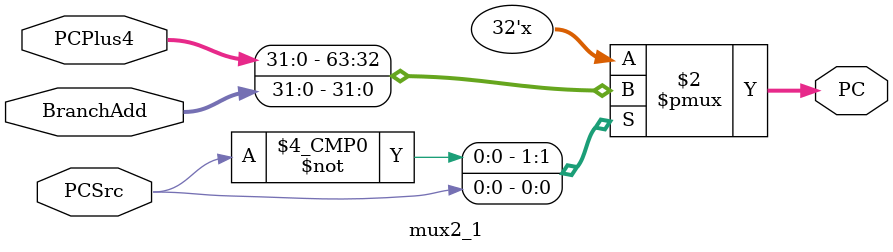
<source format=sv>
module mux2_1 #(DataWidth = 32)(input logic [DataWidth - 1:0]PCPlus4,
				   input logic [DataWidth - 1:0]BranchAdd,
				   input logic  PCSrc, 
				   output logic[DataWidth - 1:0]PC);
	//if load is 1 branch address
	//if load is 0 PCPlus4
	always_comb begin	
		case(PCSrc)
	//enable is 0, we aren't adding value doesn't go through adder does
		1'b0: PC = PCPlus4;
	
	//enable is 1, we are using the multiplexer, value does go through
		1'b1: PC = BranchAdd;
		endcase
	end
endmodule

</source>
